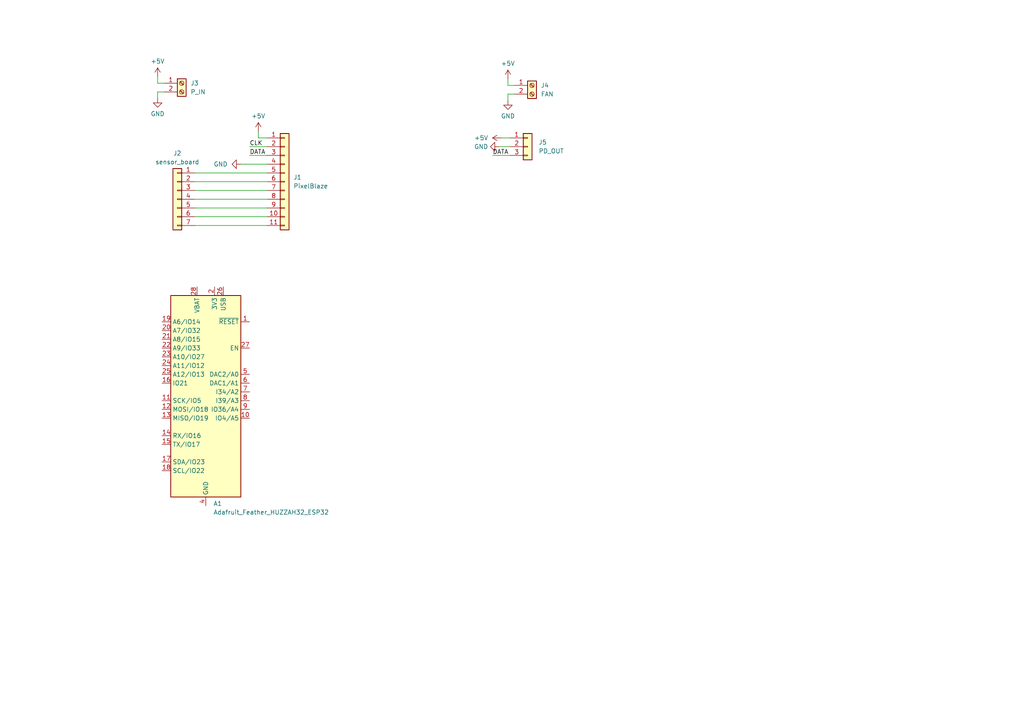
<source format=kicad_sch>
(kicad_sch (version 20230121) (generator eeschema)
  (paper "A4")
  (lib_symbols
    (symbol "Connector:Screw_Terminal_01x02" (pin_names (offset 1.016) hide)
      (property "Reference" "J" (at 0 2.54 0))
      (property "Value" "Screw_Terminal_01x02" (at 0 -5.08 0))
      (symbol "Screw_Terminal_01x02_1_1"
        (rectangle (start -1.27 1.27) (end 1.27 -3.81) (stroke (width 0.254)) (fill (type background)))
        (circle (center 0 -2.54) (radius 0.635) (stroke (width 0.1524)))
        (polyline (pts (xy -0.5334 -2.2098) (xy 0.3302 -3.048)) (stroke (width 0.1524)))
        (polyline (pts (xy -0.5334 0.3302) (xy 0.3302 -0.508)) (stroke (width 0.1524)))
        (polyline (pts (xy -0.3556 -2.032) (xy 0.508 -2.8702)) (stroke (width 0.1524)))
        (polyline (pts (xy -0.3556 0.508) (xy 0.508 -0.3302)) (stroke (width 0.1524)))
        (circle (center 0 0) (radius 0.635) (stroke (width 0.1524)))
        (pin passive line (at -5.08 0 0) (length 3.81) (name "Pin_1") (number "1"))
        (pin passive line (at -5.08 -2.54 0) (length 3.81) (name "Pin_2") (number "2"))
      )
    )
    (symbol "Connector_Generic:Conn_01x03" (pin_names (offset 1.016) hide)
      (property "Reference" "J" (at 0 5.08 0))
      (property "Value" "Conn_01x03" (at 0 -5.08 0))
      (symbol "Conn_01x03_1_1"
        (rectangle (start -1.27 -2.413) (end 0 -2.667) (stroke (width 0.1524)))
        (rectangle (start -1.27 0.127) (end 0 -0.127) (stroke (width 0.1524)))
        (rectangle (start -1.27 2.667) (end 0 2.413) (stroke (width 0.1524)))
        (rectangle (start -1.27 3.81) (end 1.27 -3.81) (stroke (width 0.254)) (fill (type background)))
        (pin passive line (at -5.08 2.54 0) (length 3.81) (name "Pin_1") (number "1"))
        (pin passive line (at -5.08 0 0) (length 3.81) (name "Pin_2") (number "2"))
        (pin passive line (at -5.08 -2.54 0) (length 3.81) (name "Pin_3") (number "3"))
      )
    )
    (symbol "Connector_Generic:Conn_01x07" (pin_names (offset 1.016) hide)
      (property "Reference" "J" (at 0 10.16 0))
      (property "Value" "Conn_01x07" (at 0 -10.16 0))
      (symbol "Conn_01x07_1_1"
        (rectangle (start -1.27 -7.493) (end 0 -7.747) (stroke (width 0.1524)))
        (rectangle (start -1.27 -4.953) (end 0 -5.207) (stroke (width 0.1524)))
        (rectangle (start -1.27 -2.413) (end 0 -2.667) (stroke (width 0.1524)))
        (rectangle (start -1.27 0.127) (end 0 -0.127) (stroke (width 0.1524)))
        (rectangle (start -1.27 2.667) (end 0 2.413) (stroke (width 0.1524)))
        (rectangle (start -1.27 5.207) (end 0 4.953) (stroke (width 0.1524)))
        (rectangle (start -1.27 7.747) (end 0 7.493) (stroke (width 0.1524)))
        (rectangle (start -1.27 8.89) (end 1.27 -8.89) (stroke (width 0.254)) (fill (type background)))
        (pin passive line (at -5.08 7.62 0) (length 3.81) (name "Pin_1") (number "1"))
        (pin passive line (at -5.08 5.08 0) (length 3.81) (name "Pin_2") (number "2"))
        (pin passive line (at -5.08 2.54 0) (length 3.81) (name "Pin_3") (number "3"))
        (pin passive line (at -5.08 0 0) (length 3.81) (name "Pin_4") (number "4"))
        (pin passive line (at -5.08 -2.54 0) (length 3.81) (name "Pin_5") (number "5"))
        (pin passive line (at -5.08 -5.08 0) (length 3.81) (name "Pin_6") (number "6"))
        (pin passive line (at -5.08 -7.62 0) (length 3.81) (name "Pin_7") (number "7"))
      )
    )
    (symbol "Connector_Generic:Conn_01x11" (pin_names (offset 1.016) hide)
      (property "Reference" "J" (at 0 15.24 0))
      (property "Value" "Conn_01x11" (at 0 -15.24 0))
      (symbol "Conn_01x11_1_1"
        (rectangle (start -1.27 -12.573) (end 0 -12.827) (stroke (width 0.1524)))
        (rectangle (start -1.27 -10.033) (end 0 -10.287) (stroke (width 0.1524)))
        (rectangle (start -1.27 -7.493) (end 0 -7.747) (stroke (width 0.1524)))
        (rectangle (start -1.27 -4.953) (end 0 -5.207) (stroke (width 0.1524)))
        (rectangle (start -1.27 -2.413) (end 0 -2.667) (stroke (width 0.1524)))
        (rectangle (start -1.27 0.127) (end 0 -0.127) (stroke (width 0.1524)))
        (rectangle (start -1.27 2.667) (end 0 2.413) (stroke (width 0.1524)))
        (rectangle (start -1.27 5.207) (end 0 4.953) (stroke (width 0.1524)))
        (rectangle (start -1.27 7.747) (end 0 7.493) (stroke (width 0.1524)))
        (rectangle (start -1.27 10.287) (end 0 10.033) (stroke (width 0.1524)))
        (rectangle (start -1.27 12.827) (end 0 12.573) (stroke (width 0.1524)))
        (rectangle (start -1.27 13.97) (end 1.27 -13.97) (stroke (width 0.254)) (fill (type background)))
        (pin passive line (at -5.08 12.7 0) (length 3.81) (name "Pin_1") (number "1"))
        (pin passive line (at -5.08 -10.16 0) (length 3.81) (name "Pin_10") (number "10"))
        (pin passive line (at -5.08 -12.7 0) (length 3.81) (name "Pin_11") (number "11"))
        (pin passive line (at -5.08 10.16 0) (length 3.81) (name "Pin_2") (number "2"))
        (pin passive line (at -5.08 7.62 0) (length 3.81) (name "Pin_3") (number "3"))
        (pin passive line (at -5.08 5.08 0) (length 3.81) (name "Pin_4") (number "4"))
        (pin passive line (at -5.08 2.54 0) (length 3.81) (name "Pin_5") (number "5"))
        (pin passive line (at -5.08 0 0) (length 3.81) (name "Pin_6") (number "6"))
        (pin passive line (at -5.08 -2.54 0) (length 3.81) (name "Pin_7") (number "7"))
        (pin passive line (at -5.08 -5.08 0) (length 3.81) (name "Pin_8") (number "8"))
        (pin passive line (at -5.08 -7.62 0) (length 3.81) (name "Pin_9") (number "9"))
      )
    )
    (symbol "MCU_Module:Adafruit_Feather_HUZZAH32_ESP32"
      (property "Reference" "A" (at -10.16 29.21 0))
      (property "Value" "Adafruit_Feather_HUZZAH32_ESP32" (at 2.54 -31.75 0))
      (symbol "Adafruit_Feather_HUZZAH32_ESP32_0_1"
        (rectangle (start -10.16 27.94) (end 10.16 -30.48) (stroke (width 0.254)) (fill (type background)))
      )
      (symbol "Adafruit_Feather_HUZZAH32_ESP32_1_1"
        (pin input line (at 12.7 20.32 180) (length 2.54) (name "~{RESET}") (number "1"))
        (pin bidirectional line (at 12.7 -7.62 180) (length 2.54) (name "IO4/A5") (number "10"))
        (pin bidirectional line (at -12.7 -2.54 0) (length 2.54) (name "SCK/IO5") (number "11"))
        (pin bidirectional line (at -12.7 -5.08 0) (length 2.54) (name "MOSI/IO18") (number "12"))
        (pin bidirectional line (at -12.7 -7.62 0) (length 2.54) (name "MISO/IO19") (number "13"))
        (pin bidirectional line (at -12.7 -12.7 0) (length 2.54) (name "RX/IO16") (number "14"))
        (pin bidirectional line (at -12.7 -15.24 0) (length 2.54) (name "TX/IO17") (number "15"))
        (pin bidirectional line (at -12.7 2.54 0) (length 2.54) (name "IO21") (number "16"))
        (pin bidirectional line (at -12.7 -20.32 0) (length 2.54) (name "SDA/IO23") (number "17"))
        (pin bidirectional line (at -12.7 -22.86 0) (length 2.54) (name "SCL/IO22") (number "18"))
        (pin bidirectional line (at -12.7 20.32 0) (length 2.54) (name "A6/IO14") (number "19"))
        (pin power_in line (at 2.54 30.48 270) (length 2.54) (name "3V3") (number "2"))
        (pin bidirectional line (at -12.7 17.78 0) (length 2.54) (name "A7/IO32") (number "20"))
        (pin bidirectional line (at -12.7 15.24 0) (length 2.54) (name "A8/IO15") (number "21"))
        (pin bidirectional line (at -12.7 12.7 0) (length 2.54) (name "A9/IO33") (number "22"))
        (pin bidirectional line (at -12.7 10.16 0) (length 2.54) (name "A10/IO27") (number "23"))
        (pin bidirectional line (at -12.7 7.62 0) (length 2.54) (name "A11/IO12") (number "24"))
        (pin bidirectional line (at -12.7 5.08 0) (length 2.54) (name "A12/IO13") (number "25"))
        (pin power_in line (at 5.08 30.48 270) (length 2.54) (name "USB") (number "26"))
        (pin input line (at 12.7 12.7 180) (length 2.54) (name "EN") (number "27"))
        (pin power_in line (at -2.54 30.48 270) (length 2.54) (name "VBAT") (number "28"))
        (pin no_connect line (at 10.16 10.16 180) (length 2.54) hide (name "NC") (number "3"))
        (pin power_in line (at 0 -33.02 90) (length 2.54) (name "GND") (number "4"))
        (pin bidirectional line (at 12.7 5.08 180) (length 2.54) (name "DAC2/A0") (number "5"))
        (pin bidirectional line (at 12.7 2.54 180) (length 2.54) (name "DAC1/A1") (number "6"))
        (pin bidirectional line (at 12.7 0 180) (length 2.54) (name "I34/A2") (number "7"))
        (pin bidirectional line (at 12.7 -2.54 180) (length 2.54) (name "I39/A3") (number "8"))
        (pin bidirectional line (at 12.7 -5.08 180) (length 2.54) (name "IO36/A4") (number "9"))
      )
    )
    (symbol "power:+5V" (power) (pin_names (offset 0))
      (property "Value" "+5V" (at 0 3.556 0))
      (symbol "+5V_0_1"
        (polyline (pts (xy -0.762 1.27) (xy 0 2.54)))
        (polyline (pts (xy 0 0) (xy 0 2.54)))
        (polyline (pts (xy 0 2.54) (xy 0.762 1.27)))
      )
      (symbol "+5V_1_1"
        (pin power_in line (at 0 0 90) (length 0) hide (name "+5V") (number "1"))
      )
    )
    (symbol "power:GND" (power) (pin_names (offset 0))
      (property "Value" "GND" (at 0 -3.81 0))
      (symbol "GND_0_1"
        (polyline (pts (xy 0 0) (xy 0 -1.27) (xy 1.27 -1.27) (xy 0 -2.54) (xy -1.27 -1.27) (xy 0 -1.27)))
      )
      (symbol "GND_1_1"
        (pin power_in line (at 0 0 270) (length 0) hide (name "GND") (number "1"))
      )
    )
  )
  (wire (pts (xy 56.515 50.165) (xy 77.47 50.165)))
  (wire (pts (xy 45.72 26.67) (xy 45.72 28.575)))
  (wire (pts (xy 72.39 42.545) (xy 77.47 42.545)))
  (wire (pts (xy 56.515 65.405) (xy 77.47 65.405)))
  (wire (pts (xy 77.47 40.005) (xy 74.93 40.005)))
  (wire (pts (xy 69.85 47.625) (xy 77.47 47.625)))
  (wire (pts (xy 142.875 45.085) (xy 147.955 45.085)))
  (wire (pts (xy 74.93 40.005) (xy 74.93 38.1)))
  (wire (pts (xy 147.955 42.545) (xy 144.78 42.545)))
  (wire (pts (xy 149.225 24.765) (xy 147.32 24.765)))
  (wire (pts (xy 56.515 52.705) (xy 77.47 52.705)))
  (wire (pts (xy 147.955 40.005) (xy 145.415 40.005)))
  (wire (pts (xy 149.225 27.305) (xy 147.32 27.305)))
  (wire (pts (xy 47.625 24.13) (xy 45.72 24.13)))
  (wire (pts (xy 56.515 57.785) (xy 77.47 57.785)))
  (wire (pts (xy 56.515 60.325) (xy 77.47 60.325)))
  (wire (pts (xy 45.72 24.13) (xy 45.72 22.225)))
  (wire (pts (xy 47.625 26.67) (xy 45.72 26.67)))
  (wire (pts (xy 72.39 45.085) (xy 77.47 45.085)))
  (wire (pts (xy 147.32 24.765) (xy 147.32 22.86)))
  (wire (pts (xy 56.515 62.865) (xy 77.47 62.865)))
  (wire (pts (xy 56.515 55.245) (xy 77.47 55.245)))
  (wire (pts (xy 147.32 27.305) (xy 147.32 29.21)))
  (label "DATA" (at 142.875 45.085 0))
  (label "DATA" (at 72.39 45.085 0))
  (label "CLK" (at 72.39 42.545 0))
  (symbol (lib_id "power:GND") (at 147.32 29.21 0) (unit 1)
    (property "Reference" "#PWR06" (effects hide))
    (property "Value" "GND" (at 147.32 33.655 0))
  )
  (symbol (lib_id "Connector:Screw_Terminal_01x02") (at 52.705 24.13 0) (unit 1)
    (property "Reference" "J3" (at 55.245 24.13 0) (effects (justify left)))
    (property "Value" "P_IN" (at 55.245 26.67 0) (effects (justify left)))
  )
  (symbol (lib_id "power:+5V") (at 147.32 22.86 0) (unit 1)
    (property "Reference" "#PWR05" (effects hide))
    (property "Value" "+5V" (at 147.32 18.415 0))
  )
  (symbol (lib_id "Connector:Screw_Terminal_01x02") (at 154.305 24.765 0) (unit 1)
    (property "Reference" "J4" (at 156.845 24.765 0) (effects (justify left)))
    (property "Value" "FAN" (at 156.845 27.305 0) (effects (justify left)))
  )
  (symbol (lib_id "power:GND") (at 45.72 28.575 0) (unit 1)
    (property "Reference" "#PWR03" (effects hide))
    (property "Value" "GND" (at 45.72 33.02 0))
  )
  (symbol (lib_id "Connector_Generic:Conn_01x03") (at 153.035 42.545 0) (unit 1)
    (property "Reference" "J5" (at 156.21 41.275 0) (effects (justify left)))
    (property "Value" "PD_OUT" (at 156.21 43.815 0) (effects (justify left)))
  )
  (symbol (lib_id "power:GND") (at 69.85 47.625 270) (unit 1)
    (property "Reference" "#PWR04" (effects hide))
    (property "Value" "GND" (at 66.04 47.625 90) (effects (justify right)))
  )
  (symbol (lib_id "power:+5V") (at 145.415 40.005 90) (unit 1)
    (property "Reference" "#PWR07" (effects hide))
    (property "Value" "+5V" (at 141.605 40.005 90) (effects (justify left)))
  )
  (symbol (lib_id "Connector_Generic:Conn_01x07") (at 51.435 57.785 0) (mirror y) (unit 1)
    (property "Reference" "J2" (at 51.435 44.45 0))
    (property "Value" "sensor_board" (at 51.435 46.99 0))
  )
  (symbol (lib_id "Connector_Generic:Conn_01x11") (at 82.55 52.705 0) (unit 1)
    (property "Reference" "J1" (at 85.09 51.435 0) (effects (justify left)))
    (property "Value" "PixelBlaze" (at 85.09 53.975 0) (effects (justify left)))
  )
  (symbol (lib_id "power:+5V") (at 45.72 22.225 0) (unit 1)
    (property "Reference" "#PWR01" (effects hide))
    (property "Value" "+5V" (at 45.72 17.78 0))
  )
  (symbol (lib_id "power:GND") (at 144.78 42.545 270) (unit 1)
    (property "Reference" "#PWR08" (effects hide))
    (property "Value" "GND" (at 141.605 42.545 90) (effects (justify right)))
  )
  (symbol (lib_id "MCU_Module:Adafruit_Feather_HUZZAH32_ESP32") (at 59.69 113.665 0) (unit 1)
    (property "Reference" "A1" (at 61.8841 146.05 0) (effects (justify left)))
    (property "Value" "Adafruit_Feather_HUZZAH32_ESP32" (at 61.8841 148.59 0) (effects (justify left)))
    (property "Footprint" "Module:Adafruit_Feather" (effects hide))
    (property "Datasheet" "https://cdn-learn.adafruit.com/downloads/pdf/adafruit-huzzah32-esp32-feather.pdf" (effects hide))
  )
  (symbol (lib_id "power:+5V") (at 74.93 38.1 0) (unit 1)
    (property "Reference" "#PWR02" (effects hide))
    (property "Value" "+5V" (at 74.93 33.655 0))
  )
)
</source>
